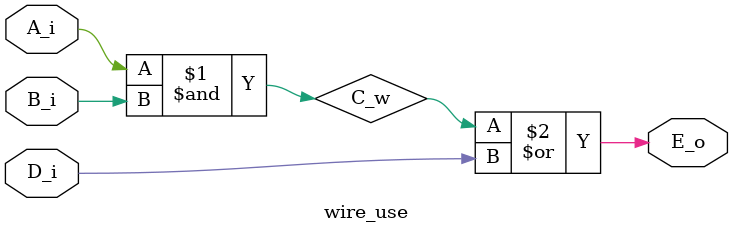
<source format=v>
module wire_use (
    input   A_i,
    input   B_i,
    input   D_i,
    output  E_o
);

    wire    C_w;
    
    assign  C_w = A_i & B_i;
    assign  E_o = C_w | D_i;
    
endmodule
</source>
